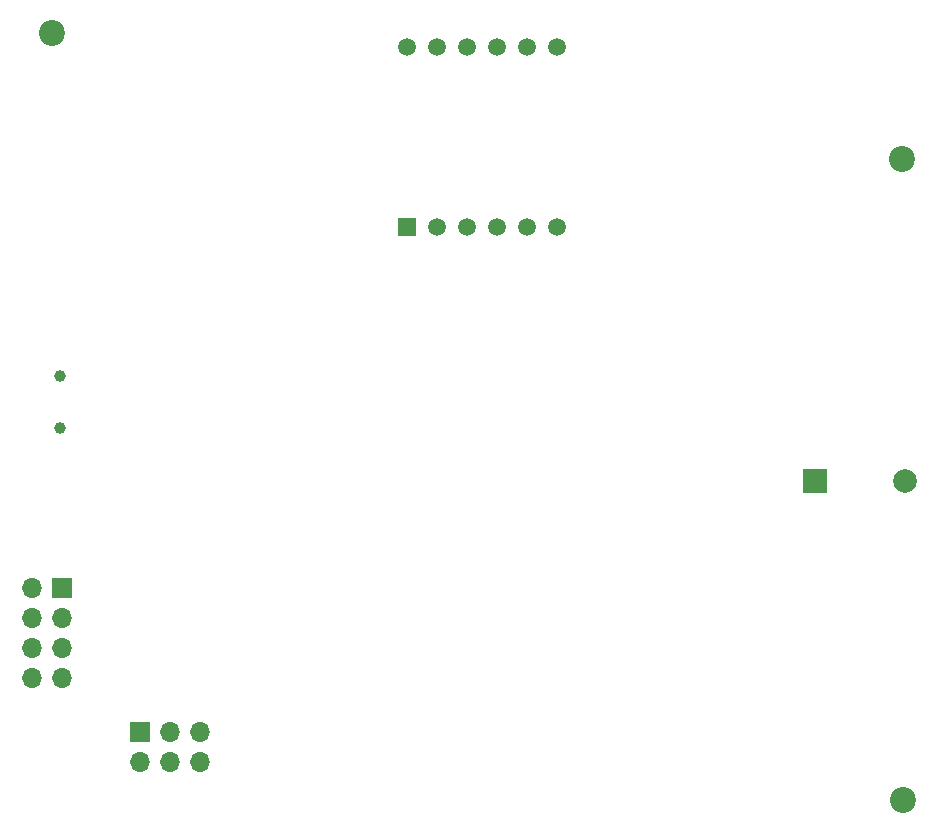
<source format=gbr>
%TF.GenerationSoftware,KiCad,Pcbnew,7.0.1-0*%
%TF.CreationDate,2023-04-20T13:11:41-06:00*%
%TF.ProjectId,Phase_B_ATMEGA_v3,50686173-655f-4425-9f41-544d4547415f,rev?*%
%TF.SameCoordinates,Original*%
%TF.FileFunction,Soldermask,Bot*%
%TF.FilePolarity,Negative*%
%FSLAX46Y46*%
G04 Gerber Fmt 4.6, Leading zero omitted, Abs format (unit mm)*
G04 Created by KiCad (PCBNEW 7.0.1-0) date 2023-04-20 13:11:41*
%MOMM*%
%LPD*%
G01*
G04 APERTURE LIST*
%ADD10C,2.200000*%
%ADD11C,1.000000*%
%ADD12C,2.000000*%
%ADD13R,2.000000X2.000000*%
%ADD14O,1.700000X1.700000*%
%ADD15R,1.700000X1.700000*%
%ADD16C,1.500000*%
%ADD17R,1.500000X1.500000*%
G04 APERTURE END LIST*
D10*
%TO.C,H3*%
X205400000Y-98150000D03*
%TD*%
%TO.C,H2*%
X205300000Y-43900000D03*
%TD*%
%TO.C,H1*%
X133350000Y-33200000D03*
%TD*%
D11*
%TO.C,J2*%
X134025000Y-66600000D03*
X134025000Y-62200000D03*
%TD*%
D12*
%TO.C,LS1*%
X205550000Y-71100000D03*
D13*
X197950000Y-71100000D03*
%TD*%
D14*
%TO.C,J1*%
X145850000Y-94890000D03*
X145850000Y-92350000D03*
X143310000Y-94890000D03*
X143310000Y-92350000D03*
X140770000Y-94890000D03*
D15*
X140770000Y-92350000D03*
%TD*%
D16*
%TO.C,U1*%
X163400000Y-34360000D03*
X165940000Y-34360000D03*
X168480000Y-34360000D03*
X171020000Y-34360000D03*
X173560000Y-34360000D03*
X176100000Y-34360000D03*
X176100000Y-49600000D03*
X173560000Y-49600000D03*
X171020000Y-49600000D03*
X168480000Y-49600000D03*
X165940000Y-49600000D03*
D17*
X163400000Y-49600000D03*
%TD*%
D14*
%TO.C,J3*%
X131700000Y-87780000D03*
X134240000Y-87780000D03*
X131700000Y-85240000D03*
X134240000Y-85240000D03*
X131700000Y-82700000D03*
X134240000Y-82700000D03*
X131700000Y-80160000D03*
D15*
X134240000Y-80160000D03*
%TD*%
M02*

</source>
